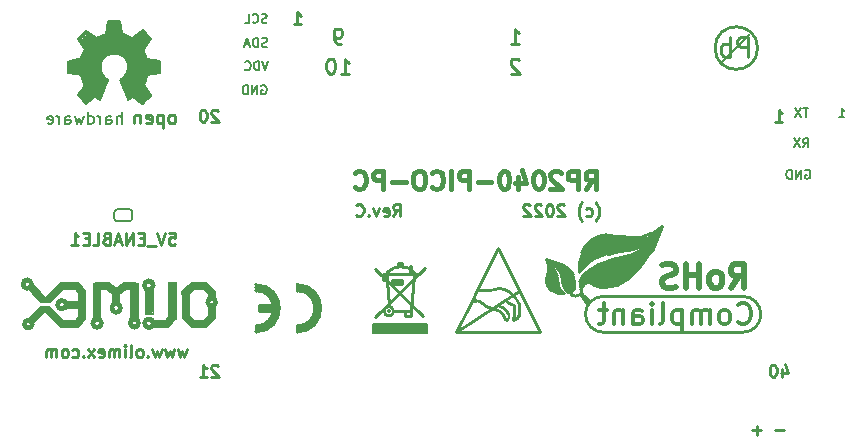
<source format=gbr>
%TF.GenerationSoftware,KiCad,Pcbnew,5.1.0-rc2-unknown-036be7d~80~ubuntu16.04.1*%
%TF.CreationDate,2022-03-09T08:52:48+02:00*%
%TF.ProjectId,RP2040-PICO-PC_rev_C,52503230-3430-42d5-9049-434f2d50435f,C*%
%TF.SameCoordinates,Original*%
%TF.FileFunction,Legend,Bot*%
%TF.FilePolarity,Positive*%
%FSLAX46Y46*%
G04 Gerber Fmt 4.6, Leading zero omitted, Abs format (unit mm)*
G04 Created by KiCad (PCBNEW 5.1.0-rc2-unknown-036be7d~80~ubuntu16.04.1) date 2022-03-09 08:52:48*
%MOMM*%
%LPD*%
G04 APERTURE LIST*
%ADD10C,0.254000*%
%ADD11C,0.381000*%
%ADD12C,0.300000*%
%ADD13C,0.150000*%
%ADD14C,0.152400*%
%ADD15C,0.100000*%
%ADD16C,0.700000*%
%ADD17C,0.400000*%
%ADD18C,0.500000*%
%ADD19C,0.508000*%
%ADD20C,0.127000*%
%ADD21C,0.200000*%
%ADD22C,1.000000*%
%ADD23C,0.370000*%
%ADD24C,0.380000*%
%ADD25C,0.420000*%
%ADD26C,0.190500*%
%ADD27C,0.350000*%
%ADD28C,0.180000*%
G04 APERTURE END LIST*
D10*
X143092714Y-103837619D02*
X143673285Y-103837619D01*
X143383000Y-103837619D02*
X143383000Y-102821619D01*
X143479761Y-102966761D01*
X143576523Y-103063523D01*
X143673285Y-103111904D01*
D11*
X167785142Y-117783428D02*
X168293142Y-117057714D01*
X168656000Y-117783428D02*
X168656000Y-116259428D01*
X168075428Y-116259428D01*
X167930285Y-116332000D01*
X167857714Y-116404571D01*
X167785142Y-116549714D01*
X167785142Y-116767428D01*
X167857714Y-116912571D01*
X167930285Y-116985142D01*
X168075428Y-117057714D01*
X168656000Y-117057714D01*
X167132000Y-117783428D02*
X167132000Y-116259428D01*
X166551428Y-116259428D01*
X166406285Y-116332000D01*
X166333714Y-116404571D01*
X166261142Y-116549714D01*
X166261142Y-116767428D01*
X166333714Y-116912571D01*
X166406285Y-116985142D01*
X166551428Y-117057714D01*
X167132000Y-117057714D01*
X165680571Y-116404571D02*
X165608000Y-116332000D01*
X165462857Y-116259428D01*
X165100000Y-116259428D01*
X164954857Y-116332000D01*
X164882285Y-116404571D01*
X164809714Y-116549714D01*
X164809714Y-116694857D01*
X164882285Y-116912571D01*
X165753142Y-117783428D01*
X164809714Y-117783428D01*
X163866285Y-116259428D02*
X163721142Y-116259428D01*
X163576000Y-116332000D01*
X163503428Y-116404571D01*
X163430857Y-116549714D01*
X163358285Y-116840000D01*
X163358285Y-117202857D01*
X163430857Y-117493142D01*
X163503428Y-117638285D01*
X163576000Y-117710857D01*
X163721142Y-117783428D01*
X163866285Y-117783428D01*
X164011428Y-117710857D01*
X164084000Y-117638285D01*
X164156571Y-117493142D01*
X164229142Y-117202857D01*
X164229142Y-116840000D01*
X164156571Y-116549714D01*
X164084000Y-116404571D01*
X164011428Y-116332000D01*
X163866285Y-116259428D01*
X162052000Y-116767428D02*
X162052000Y-117783428D01*
X162414857Y-116186857D02*
X162777714Y-117275428D01*
X161834285Y-117275428D01*
X160963428Y-116259428D02*
X160818285Y-116259428D01*
X160673142Y-116332000D01*
X160600571Y-116404571D01*
X160528000Y-116549714D01*
X160455428Y-116840000D01*
X160455428Y-117202857D01*
X160528000Y-117493142D01*
X160600571Y-117638285D01*
X160673142Y-117710857D01*
X160818285Y-117783428D01*
X160963428Y-117783428D01*
X161108571Y-117710857D01*
X161181142Y-117638285D01*
X161253714Y-117493142D01*
X161326285Y-117202857D01*
X161326285Y-116840000D01*
X161253714Y-116549714D01*
X161181142Y-116404571D01*
X161108571Y-116332000D01*
X160963428Y-116259428D01*
X159802285Y-117202857D02*
X158641142Y-117202857D01*
X157915428Y-117783428D02*
X157915428Y-116259428D01*
X157334857Y-116259428D01*
X157189714Y-116332000D01*
X157117142Y-116404571D01*
X157044571Y-116549714D01*
X157044571Y-116767428D01*
X157117142Y-116912571D01*
X157189714Y-116985142D01*
X157334857Y-117057714D01*
X157915428Y-117057714D01*
X156391428Y-117783428D02*
X156391428Y-116259428D01*
X154794857Y-117638285D02*
X154867428Y-117710857D01*
X155085142Y-117783428D01*
X155230285Y-117783428D01*
X155448000Y-117710857D01*
X155593142Y-117565714D01*
X155665714Y-117420571D01*
X155738285Y-117130285D01*
X155738285Y-116912571D01*
X155665714Y-116622285D01*
X155593142Y-116477142D01*
X155448000Y-116332000D01*
X155230285Y-116259428D01*
X155085142Y-116259428D01*
X154867428Y-116332000D01*
X154794857Y-116404571D01*
X153851428Y-116259428D02*
X153561142Y-116259428D01*
X153416000Y-116332000D01*
X153270857Y-116477142D01*
X153198285Y-116767428D01*
X153198285Y-117275428D01*
X153270857Y-117565714D01*
X153416000Y-117710857D01*
X153561142Y-117783428D01*
X153851428Y-117783428D01*
X153996571Y-117710857D01*
X154141714Y-117565714D01*
X154214285Y-117275428D01*
X154214285Y-116767428D01*
X154141714Y-116477142D01*
X153996571Y-116332000D01*
X153851428Y-116259428D01*
X152545142Y-117202857D02*
X151384000Y-117202857D01*
X150658285Y-117783428D02*
X150658285Y-116259428D01*
X150077714Y-116259428D01*
X149932571Y-116332000D01*
X149860000Y-116404571D01*
X149787428Y-116549714D01*
X149787428Y-116767428D01*
X149860000Y-116912571D01*
X149932571Y-116985142D01*
X150077714Y-117057714D01*
X150658285Y-117057714D01*
X148263428Y-117638285D02*
X148336000Y-117710857D01*
X148553714Y-117783428D01*
X148698857Y-117783428D01*
X148916571Y-117710857D01*
X149061714Y-117565714D01*
X149134285Y-117420571D01*
X149206857Y-117130285D01*
X149206857Y-116912571D01*
X149134285Y-116622285D01*
X149061714Y-116477142D01*
X148916571Y-116332000D01*
X148698857Y-116259428D01*
X148553714Y-116259428D01*
X148336000Y-116332000D01*
X148263428Y-116404571D01*
D10*
X168637857Y-120480666D02*
X168686238Y-120432285D01*
X168783000Y-120287142D01*
X168831380Y-120190380D01*
X168879761Y-120045238D01*
X168928142Y-119803333D01*
X168928142Y-119609809D01*
X168879761Y-119367904D01*
X168831380Y-119222761D01*
X168783000Y-119126000D01*
X168686238Y-118980857D01*
X168637857Y-118932476D01*
X167815380Y-120045238D02*
X167912142Y-120093619D01*
X168105666Y-120093619D01*
X168202428Y-120045238D01*
X168250809Y-119996857D01*
X168299190Y-119900095D01*
X168299190Y-119609809D01*
X168250809Y-119513047D01*
X168202428Y-119464666D01*
X168105666Y-119416285D01*
X167912142Y-119416285D01*
X167815380Y-119464666D01*
X167476714Y-120480666D02*
X167428333Y-120432285D01*
X167331571Y-120287142D01*
X167283190Y-120190380D01*
X167234809Y-120045238D01*
X167186428Y-119803333D01*
X167186428Y-119609809D01*
X167234809Y-119367904D01*
X167283190Y-119222761D01*
X167331571Y-119126000D01*
X167428333Y-118980857D01*
X167476714Y-118932476D01*
X165976904Y-119174380D02*
X165928523Y-119126000D01*
X165831761Y-119077619D01*
X165589857Y-119077619D01*
X165493095Y-119126000D01*
X165444714Y-119174380D01*
X165396333Y-119271142D01*
X165396333Y-119367904D01*
X165444714Y-119513047D01*
X166025285Y-120093619D01*
X165396333Y-120093619D01*
X164767380Y-119077619D02*
X164670619Y-119077619D01*
X164573857Y-119126000D01*
X164525476Y-119174380D01*
X164477095Y-119271142D01*
X164428714Y-119464666D01*
X164428714Y-119706571D01*
X164477095Y-119900095D01*
X164525476Y-119996857D01*
X164573857Y-120045238D01*
X164670619Y-120093619D01*
X164767380Y-120093619D01*
X164864142Y-120045238D01*
X164912523Y-119996857D01*
X164960904Y-119900095D01*
X165009285Y-119706571D01*
X165009285Y-119464666D01*
X164960904Y-119271142D01*
X164912523Y-119174380D01*
X164864142Y-119126000D01*
X164767380Y-119077619D01*
X164041666Y-119174380D02*
X163993285Y-119126000D01*
X163896523Y-119077619D01*
X163654619Y-119077619D01*
X163557857Y-119126000D01*
X163509476Y-119174380D01*
X163461095Y-119271142D01*
X163461095Y-119367904D01*
X163509476Y-119513047D01*
X164090047Y-120093619D01*
X163461095Y-120093619D01*
X163074047Y-119174380D02*
X163025666Y-119126000D01*
X162928904Y-119077619D01*
X162687000Y-119077619D01*
X162590238Y-119126000D01*
X162541857Y-119174380D01*
X162493476Y-119271142D01*
X162493476Y-119367904D01*
X162541857Y-119513047D01*
X163122428Y-120093619D01*
X162493476Y-120093619D01*
X151498904Y-120093619D02*
X151837571Y-119609809D01*
X152079476Y-120093619D02*
X152079476Y-119077619D01*
X151692428Y-119077619D01*
X151595666Y-119126000D01*
X151547285Y-119174380D01*
X151498904Y-119271142D01*
X151498904Y-119416285D01*
X151547285Y-119513047D01*
X151595666Y-119561428D01*
X151692428Y-119609809D01*
X152079476Y-119609809D01*
X150676428Y-120045238D02*
X150773190Y-120093619D01*
X150966714Y-120093619D01*
X151063476Y-120045238D01*
X151111857Y-119948476D01*
X151111857Y-119561428D01*
X151063476Y-119464666D01*
X150966714Y-119416285D01*
X150773190Y-119416285D01*
X150676428Y-119464666D01*
X150628047Y-119561428D01*
X150628047Y-119658190D01*
X151111857Y-119754952D01*
X150289380Y-119416285D02*
X150047476Y-120093619D01*
X149805571Y-119416285D01*
X149418523Y-119996857D02*
X149370142Y-120045238D01*
X149418523Y-120093619D01*
X149466904Y-120045238D01*
X149418523Y-119996857D01*
X149418523Y-120093619D01*
X148354142Y-119996857D02*
X148402523Y-120045238D01*
X148547666Y-120093619D01*
X148644428Y-120093619D01*
X148789571Y-120045238D01*
X148886333Y-119948476D01*
X148934714Y-119851714D01*
X148983095Y-119658190D01*
X148983095Y-119513047D01*
X148934714Y-119319523D01*
X148886333Y-119222761D01*
X148789571Y-119126000D01*
X148644428Y-119077619D01*
X148547666Y-119077619D01*
X148402523Y-119126000D01*
X148354142Y-119174380D01*
X134015238Y-131354285D02*
X133821714Y-132031619D01*
X133628190Y-131547809D01*
X133434666Y-132031619D01*
X133241142Y-131354285D01*
X132950857Y-131354285D02*
X132757333Y-132031619D01*
X132563809Y-131547809D01*
X132370285Y-132031619D01*
X132176761Y-131354285D01*
X131886476Y-131354285D02*
X131692952Y-132031619D01*
X131499428Y-131547809D01*
X131305904Y-132031619D01*
X131112380Y-131354285D01*
X130725333Y-131934857D02*
X130676952Y-131983238D01*
X130725333Y-132031619D01*
X130773714Y-131983238D01*
X130725333Y-131934857D01*
X130725333Y-132031619D01*
X130096380Y-132031619D02*
X130193142Y-131983238D01*
X130241523Y-131934857D01*
X130289904Y-131838095D01*
X130289904Y-131547809D01*
X130241523Y-131451047D01*
X130193142Y-131402666D01*
X130096380Y-131354285D01*
X129951238Y-131354285D01*
X129854476Y-131402666D01*
X129806095Y-131451047D01*
X129757714Y-131547809D01*
X129757714Y-131838095D01*
X129806095Y-131934857D01*
X129854476Y-131983238D01*
X129951238Y-132031619D01*
X130096380Y-132031619D01*
X129177142Y-132031619D02*
X129273904Y-131983238D01*
X129322285Y-131886476D01*
X129322285Y-131015619D01*
X128790095Y-132031619D02*
X128790095Y-131354285D01*
X128790095Y-131015619D02*
X128838476Y-131064000D01*
X128790095Y-131112380D01*
X128741714Y-131064000D01*
X128790095Y-131015619D01*
X128790095Y-131112380D01*
X128306285Y-132031619D02*
X128306285Y-131354285D01*
X128306285Y-131451047D02*
X128257904Y-131402666D01*
X128161142Y-131354285D01*
X128016000Y-131354285D01*
X127919238Y-131402666D01*
X127870857Y-131499428D01*
X127870857Y-132031619D01*
X127870857Y-131499428D02*
X127822476Y-131402666D01*
X127725714Y-131354285D01*
X127580571Y-131354285D01*
X127483809Y-131402666D01*
X127435428Y-131499428D01*
X127435428Y-132031619D01*
X126564571Y-131983238D02*
X126661333Y-132031619D01*
X126854857Y-132031619D01*
X126951619Y-131983238D01*
X127000000Y-131886476D01*
X127000000Y-131499428D01*
X126951619Y-131402666D01*
X126854857Y-131354285D01*
X126661333Y-131354285D01*
X126564571Y-131402666D01*
X126516190Y-131499428D01*
X126516190Y-131596190D01*
X127000000Y-131692952D01*
X126177523Y-132031619D02*
X125645333Y-131354285D01*
X126177523Y-131354285D02*
X125645333Y-132031619D01*
X125258285Y-131934857D02*
X125209904Y-131983238D01*
X125258285Y-132031619D01*
X125306666Y-131983238D01*
X125258285Y-131934857D01*
X125258285Y-132031619D01*
X124339047Y-131983238D02*
X124435809Y-132031619D01*
X124629333Y-132031619D01*
X124726095Y-131983238D01*
X124774476Y-131934857D01*
X124822857Y-131838095D01*
X124822857Y-131547809D01*
X124774476Y-131451047D01*
X124726095Y-131402666D01*
X124629333Y-131354285D01*
X124435809Y-131354285D01*
X124339047Y-131402666D01*
X123758476Y-132031619D02*
X123855238Y-131983238D01*
X123903619Y-131934857D01*
X123952000Y-131838095D01*
X123952000Y-131547809D01*
X123903619Y-131451047D01*
X123855238Y-131402666D01*
X123758476Y-131354285D01*
X123613333Y-131354285D01*
X123516571Y-131402666D01*
X123468190Y-131451047D01*
X123419809Y-131547809D01*
X123419809Y-131838095D01*
X123468190Y-131934857D01*
X123516571Y-131983238D01*
X123613333Y-132031619D01*
X123758476Y-132031619D01*
X122984380Y-132031619D02*
X122984380Y-131354285D01*
X122984380Y-131451047D02*
X122936000Y-131402666D01*
X122839238Y-131354285D01*
X122694095Y-131354285D01*
X122597333Y-131402666D01*
X122548952Y-131499428D01*
X122548952Y-132031619D01*
X122548952Y-131499428D02*
X122500571Y-131402666D01*
X122403809Y-131354285D01*
X122258666Y-131354285D01*
X122161904Y-131402666D01*
X122113523Y-131499428D01*
X122113523Y-132031619D01*
%TO.C,REF\002A\002A*%
X140105000Y-127889000D02*
X141355000Y-127889000D01*
X140105000Y-128139000D02*
X141355000Y-128139000D01*
X140105000Y-127639000D02*
X140105000Y-128139000D01*
X141355000Y-127639000D02*
X140105000Y-127639000D01*
X139855000Y-125889000D02*
X139855000Y-126389000D01*
X139855000Y-129889000D02*
G75*
G03X139855000Y-125889000I0J2000000D01*
G01*
X139855000Y-129389000D02*
X139855000Y-129889000D01*
D12*
X139904980Y-129639000D02*
G75*
G03X139905000Y-126139000I-49980J1750000D01*
G01*
D10*
X139855000Y-129389000D02*
G75*
G03X139855000Y-126389000I0J1500000D01*
G01*
D12*
X143404980Y-129639000D02*
G75*
G03X143405000Y-126139000I-49980J1750000D01*
G01*
D10*
X143355000Y-129389000D02*
X143355000Y-129889000D01*
X143355000Y-125889000D02*
X143355000Y-126389000D01*
X143355000Y-129889000D02*
G75*
G03X143355000Y-125889000I0J2000000D01*
G01*
X143355000Y-129389000D02*
G75*
G03X143355000Y-126389000I0J1500000D01*
G01*
%TO.C,Antistatic*%
X160401000Y-122809000D02*
X163957000Y-129921000D01*
X163957000Y-129921000D02*
X156845000Y-129921000D01*
X156845000Y-129921000D02*
X158178500Y-127254000D01*
X158178500Y-127254000D02*
X158623000Y-126365000D01*
X158623000Y-126365000D02*
X160401000Y-122809000D01*
X162179000Y-126428500D02*
X156845000Y-129921000D01*
X159804100Y-126365000D02*
X158623000Y-126365000D01*
X158178500Y-127254000D02*
X158496000Y-127254000D01*
X161163000Y-128841500D02*
X161010600Y-128841500D01*
X162115500Y-127444500D02*
X162115500Y-128524000D01*
X161671000Y-128841500D02*
X161671000Y-128714500D01*
X161734500Y-128651000D02*
X161734500Y-127635000D01*
X161734500Y-128651000D02*
X161798000Y-128651000D01*
X161798000Y-128651000D02*
G75*
G02X161925000Y-128778000I0J-127000D01*
G01*
X161671000Y-128714500D02*
G75*
G02X161734500Y-128651000I63500J0D01*
G01*
X161732071Y-128907545D02*
G75*
G02X161671000Y-128841500I2429J63505D01*
G01*
X162115500Y-128524000D02*
G75*
G02X161734500Y-128905000I-381000J0D01*
G01*
X161926048Y-127128575D02*
G75*
G02X162115500Y-127444500I-168688J-315925D01*
G01*
X161923549Y-127127142D02*
G75*
G02X161607500Y-126809500I478971J792622D01*
G01*
X161732935Y-127636845D02*
G75*
G02X161036000Y-127190500I153965J1007685D01*
G01*
X161289068Y-128397674D02*
G75*
G02X161290000Y-128714500I-316568J-159346D01*
G01*
X161289967Y-128714600D02*
G75*
G02X161163000Y-128841500I-190467J63600D01*
G01*
X159961275Y-127953493D02*
G75*
G02X160401000Y-128079500I-825195J-3709947D01*
G01*
X160400915Y-128080965D02*
G75*
G02X160972500Y-128841500I-284395J-808795D01*
G01*
X160338708Y-127636166D02*
G75*
G02X161290000Y-128397000I-285688J-1332334D01*
G01*
X159826461Y-127890576D02*
G75*
G02X159004000Y-127444500I147819J1253796D01*
G01*
X158495301Y-127254474D02*
G75*
G02X159004000Y-127444500I64199J-604046D01*
G01*
X160019915Y-126303114D02*
G75*
G02X159804100Y-126365000I-182795J230214D01*
G01*
X160020721Y-126301678D02*
G75*
G02X161607500Y-126809500I466639J-1274902D01*
G01*
D13*
%TO.C,5V_ENABLE1*%
X129159000Y-120523000D02*
X128143000Y-120523000D01*
X129413000Y-119761000D02*
X129413000Y-120269000D01*
X128143000Y-119507000D02*
X129159000Y-119507000D01*
X127889000Y-120269000D02*
X127889000Y-119761000D01*
D14*
X128143000Y-120523000D02*
G75*
G02X127889000Y-120269000I0J254000D01*
G01*
X129413000Y-120269000D02*
G75*
G02X129159000Y-120523000I-254000J0D01*
G01*
X129159000Y-119507000D02*
G75*
G02X129413000Y-119761000I0J-254000D01*
G01*
X127889000Y-119761000D02*
G75*
G02X128143000Y-119507000I254000J0D01*
G01*
D15*
%TO.C,OLIMEX_LOGO*%
X124726700Y-125679200D02*
X123355100Y-125679200D01*
X123355100Y-125679200D02*
X123304300Y-125679200D01*
X123304300Y-125679200D02*
X122047000Y-126923800D01*
X126250700Y-125793500D02*
X126149100Y-125793500D01*
X126098300Y-125730000D02*
X126098300Y-125717300D01*
X126098300Y-125717300D02*
X127393700Y-125717300D01*
X127393700Y-125717300D02*
X127419100Y-125717300D01*
X127419100Y-125717300D02*
X128041400Y-126212600D01*
X126098300Y-128739900D02*
X126098300Y-125730000D01*
X129755900Y-125780800D02*
X129832100Y-125780800D01*
X129908300Y-125717300D02*
X128663700Y-125717300D01*
X128663700Y-125717300D02*
X128079500Y-126199900D01*
X129908300Y-128714500D02*
X129908300Y-125730000D01*
X130644900Y-128308100D02*
X130556000Y-128308100D01*
X130987800Y-128308100D02*
X131051300Y-128308100D01*
X131127500Y-128371600D02*
X130517900Y-128371600D01*
X130517900Y-128371600D02*
X130492500Y-128371600D01*
X130492500Y-128371600D02*
X130492500Y-126352300D01*
X131127500Y-126352300D02*
X131127500Y-128371600D01*
X132626100Y-125742700D02*
X132511800Y-125742700D01*
X132753100Y-125666500D02*
X132448300Y-125666500D01*
X132448300Y-125666500D02*
X132448300Y-128701800D01*
X132930900Y-125755400D02*
X132994400Y-125742700D01*
X133045200Y-125666500D02*
X133057900Y-125666500D01*
X133057900Y-125666500D02*
X133070600Y-125666500D01*
X133070600Y-125666500D02*
X133070600Y-128816100D01*
X132765800Y-125666500D02*
X133045200Y-125666500D01*
D16*
X132765800Y-128739900D02*
X132765800Y-126009400D01*
X126428500Y-126022100D02*
X126428500Y-128625600D01*
X134543800Y-126009400D02*
X135547100Y-126009400D01*
X133921500Y-126619000D02*
X133921500Y-128549400D01*
X136144000Y-126657100D02*
X136144000Y-126898400D01*
X136144000Y-128625600D02*
X135559800Y-129197100D01*
X136131300Y-128638300D02*
X136131300Y-127876300D01*
X135572500Y-129197100D02*
X134531100Y-129197100D01*
D17*
X123803659Y-127584200D02*
G75*
G03X123803659Y-127584200I-359659J0D01*
G01*
D16*
X123952000Y-127584200D02*
X125171200Y-127584200D01*
D17*
X120869735Y-125844300D02*
G75*
G03X120869735Y-125844300I-359435J0D01*
G01*
D16*
X120878600Y-126199900D02*
X121742200Y-127093600D01*
D18*
X122301000Y-127190500D02*
X121742200Y-127190500D01*
D16*
X123418600Y-126009400D02*
X122326400Y-127076200D01*
X124640500Y-126009400D02*
X123418600Y-126009400D01*
X125171200Y-126492000D02*
X124688600Y-125984000D01*
X125171200Y-126517400D02*
X125171200Y-128752600D01*
X125171200Y-128752600D02*
X124739400Y-129184400D01*
X124739400Y-129184400D02*
X123418600Y-129184400D01*
X123418600Y-129184400D02*
X122275600Y-128066800D01*
D18*
X122275600Y-127965200D02*
X121742200Y-127965200D01*
D16*
X120929400Y-128879600D02*
X121767600Y-128066800D01*
D17*
X120928666Y-129235200D02*
G75*
G03X120928666Y-129235200I-329466J0D01*
G01*
X126791729Y-129146300D02*
G75*
G03X126791729Y-129146300I-363229J0D01*
G01*
D16*
X127330200Y-126034800D02*
X126441200Y-126034800D01*
D17*
X128412318Y-127863600D02*
G75*
G03X128412318Y-127863600I-370918J0D01*
G01*
D16*
X127965200Y-126542800D02*
X127330200Y-126034800D01*
X128041400Y-127330200D02*
X128041400Y-126619000D01*
X128752600Y-126034800D02*
X128143000Y-126542800D01*
X129590800Y-126034800D02*
X128752600Y-126034800D01*
X129590800Y-128625600D02*
X129590800Y-126034800D01*
D17*
X129937759Y-129133600D02*
G75*
G03X129937759Y-129133600I-359659J0D01*
G01*
X131170818Y-125933200D02*
G75*
G03X131170818Y-125933200I-373518J0D01*
G01*
D16*
X130810000Y-126466600D02*
X130810000Y-128066800D01*
D17*
X131176324Y-129159000D02*
G75*
G03X131176324Y-129159000I-366324J0D01*
G01*
D16*
X131322800Y-129184400D02*
X132308600Y-129184400D01*
X132308600Y-129184400D02*
X132765800Y-128727200D01*
X133934200Y-128587500D02*
X134493000Y-129171700D01*
X134543800Y-126022100D02*
X133908800Y-126631700D01*
X136144000Y-126606300D02*
X135636000Y-126098300D01*
D17*
X136468747Y-127381000D02*
G75*
G03X136468747Y-127381000I-337447J0D01*
G01*
D10*
%TO.C,RoHS_Complaint*%
X169291000Y-126873000D02*
X181102000Y-126873000D01*
X181102000Y-129921000D02*
X169291000Y-129921000D01*
X168435020Y-125890020D02*
X168381680Y-125836680D01*
X167662860Y-125836680D02*
X167386000Y-126111000D01*
X174244000Y-120904000D02*
X173377860Y-123019820D01*
X171394120Y-125407420D02*
X171358560Y-125442980D01*
X169489120Y-126111000D02*
X168973500Y-126111000D01*
X174244000Y-120904000D02*
X173382940Y-121523760D01*
X171665900Y-121861580D02*
X169517060Y-121666000D01*
X167467280Y-123182380D02*
X167319960Y-123781820D01*
X167261540Y-124460000D02*
X167261540Y-124841000D01*
X167363140Y-126065280D02*
X167386000Y-126111000D01*
X168021000Y-127381000D02*
X167835580Y-127195580D01*
X172849540Y-122555000D02*
X172567600Y-122902980D01*
X170540680Y-123654820D02*
X170230800Y-123715780D01*
X167675560Y-124985780D02*
X167505380Y-125173740D01*
X167261540Y-124841000D02*
X167264080Y-124838460D01*
X168320720Y-123766580D02*
X168328340Y-123761500D01*
X169595800Y-123258580D02*
X170113960Y-123184920D01*
X171462700Y-122969020D02*
X172849540Y-122555000D01*
X168021000Y-127508000D02*
X167513000Y-126746000D01*
X167386000Y-126283720D02*
X167386000Y-126238000D01*
X168148000Y-127381000D02*
X167657780Y-126890780D01*
X167386000Y-126619000D02*
X167281860Y-126725680D01*
X166631620Y-126753620D02*
X166497000Y-126619000D01*
X166497000Y-126619000D02*
X166794180Y-126199900D01*
X166677340Y-124998480D02*
X166624000Y-124904500D01*
X165902640Y-124259340D02*
X165481000Y-124079000D01*
X165481000Y-124079000D02*
X164465000Y-123698000D01*
X164465000Y-123698000D02*
X164599620Y-124236480D01*
X164779960Y-126298960D02*
X164802820Y-126321820D01*
X165582600Y-126619000D02*
X165938200Y-126619000D01*
X166484300Y-126619000D02*
X166497000Y-126619000D01*
X165404800Y-125427740D02*
X165430200Y-125818900D01*
X173863000Y-121412000D02*
X172849540Y-122049540D01*
D19*
X172849540Y-122049540D02*
X171704000Y-122049540D01*
X171704000Y-122049540D02*
X170688000Y-121920000D01*
X170688000Y-121920000D02*
X169037000Y-121920000D01*
X169037000Y-121920000D02*
X168402000Y-122301000D01*
X168402000Y-122301000D02*
X167894000Y-122809000D01*
X167894000Y-122809000D02*
X167640000Y-123317000D01*
X167640000Y-123317000D02*
X167513000Y-124333000D01*
X167513000Y-124333000D02*
X168021000Y-123698000D01*
X168021000Y-123698000D02*
X168656000Y-123317000D01*
X168656000Y-123317000D02*
X168402000Y-122809000D01*
X168402000Y-122809000D02*
X168021000Y-123317000D01*
X168783000Y-123317000D02*
X169418000Y-122936000D01*
X169418000Y-122936000D02*
X169926000Y-122936000D01*
X169926000Y-122936000D02*
X170053000Y-122936000D01*
X170053000Y-122936000D02*
X171196000Y-122809000D01*
X171196000Y-122809000D02*
X172466000Y-122428000D01*
X172466000Y-122428000D02*
X172974000Y-122301000D01*
X172974000Y-122301000D02*
X168402000Y-122301000D01*
X168402000Y-122301000D02*
X168402000Y-122555000D01*
X168402000Y-122809000D02*
X168402000Y-122555000D01*
X168402000Y-122555000D02*
X173355000Y-122478800D01*
X168275000Y-122936000D02*
X169926000Y-122936000D01*
X173863000Y-121412000D02*
X173355000Y-122301000D01*
X173355000Y-122301000D02*
X173228000Y-122809000D01*
X173228000Y-122809000D02*
X172849540Y-123317000D01*
X172849540Y-123317000D02*
X172849540Y-122936000D01*
X172849540Y-122936000D02*
X173228000Y-122049540D01*
X172720000Y-123444000D02*
X172339000Y-123952000D01*
X172339000Y-123952000D02*
X172085000Y-124333000D01*
X172085000Y-124333000D02*
X171196000Y-125222000D01*
X171196000Y-125222000D02*
X170688000Y-125603000D01*
X170688000Y-125603000D02*
X169799000Y-125857000D01*
X169799000Y-125857000D02*
X168910000Y-125857000D01*
X168910000Y-125857000D02*
X168148000Y-125349000D01*
X168148000Y-125349000D02*
X167767000Y-125476000D01*
X167767000Y-125476000D02*
X167513000Y-125730000D01*
X167513000Y-125730000D02*
X167767000Y-125222000D01*
X167767000Y-125222000D02*
X168275000Y-124714000D01*
X168275000Y-124714000D02*
X168960800Y-124307600D01*
X168960800Y-124307600D02*
X170357800Y-123825000D01*
X170357800Y-123825000D02*
X170967400Y-123825000D01*
X170967400Y-123825000D02*
X171704000Y-123571000D01*
X171704000Y-123571000D02*
X172466000Y-123190000D01*
X172339000Y-123571000D02*
X171577000Y-124206000D01*
X171577000Y-124206000D02*
X171450000Y-124079000D01*
X171450000Y-124079000D02*
X171323000Y-124079000D01*
X171323000Y-124079000D02*
X170180000Y-124206000D01*
X170180000Y-124206000D02*
X169164000Y-124460000D01*
X169164000Y-124460000D02*
X168529000Y-124968000D01*
X168529000Y-124968000D02*
X168402000Y-125095000D01*
X168402000Y-125095000D02*
X168529000Y-125349000D01*
X168529000Y-125349000D02*
X168783000Y-125349000D01*
X168783000Y-125349000D02*
X169164000Y-125476000D01*
X169164000Y-125476000D02*
X169799000Y-125476000D01*
X169799000Y-125476000D02*
X170180000Y-125349000D01*
X170180000Y-125349000D02*
X170688000Y-125222000D01*
X170688000Y-125222000D02*
X171323000Y-124714000D01*
X171323000Y-124714000D02*
X171450000Y-124587000D01*
X171450000Y-124587000D02*
X171323000Y-124460000D01*
X171323000Y-124460000D02*
X170815000Y-124460000D01*
X170815000Y-124460000D02*
X169799000Y-124714000D01*
X169799000Y-124714000D02*
X169545000Y-124714000D01*
X169545000Y-124714000D02*
X169037000Y-124968000D01*
X169037000Y-124968000D02*
X169037000Y-125095000D01*
X169037000Y-125095000D02*
X169164000Y-125222000D01*
X169164000Y-125222000D02*
X169545000Y-125095000D01*
X169545000Y-125095000D02*
X170815000Y-124841000D01*
D10*
X166194740Y-126494540D02*
X166222680Y-126522480D01*
X165811200Y-125425200D02*
X165811200Y-125417580D01*
X166751000Y-125879860D02*
X166751000Y-125857000D01*
X166751000Y-125857000D02*
X166751000Y-125603000D01*
X166751000Y-125603000D02*
X166624000Y-125603000D01*
X166624000Y-125603000D02*
X166497000Y-125603000D01*
X166497000Y-125603000D02*
X166497000Y-126238000D01*
X166624000Y-125603000D02*
X166624000Y-125730000D01*
X166624000Y-125730000D02*
X166624000Y-126111000D01*
X166624000Y-126111000D02*
X166624000Y-126238000D01*
X166624000Y-126238000D02*
X166624000Y-126365000D01*
X166497000Y-125603000D02*
X166116000Y-125603000D01*
X166116000Y-125603000D02*
X165862000Y-125603000D01*
X165862000Y-125603000D02*
X166370000Y-126492000D01*
X166116000Y-125603000D02*
X166116000Y-126111000D01*
X166624000Y-125730000D02*
X165989000Y-125730000D01*
X166751000Y-125857000D02*
X165989000Y-125857000D01*
X166751000Y-125984000D02*
X165989000Y-125984000D01*
X166624000Y-126111000D02*
X165989000Y-126111000D01*
X166624000Y-126238000D02*
X166116000Y-126238000D01*
X165862000Y-125476000D02*
X166751000Y-125476000D01*
X165862000Y-125349000D02*
X166751000Y-125349000D01*
X165862000Y-125222000D02*
X166624000Y-125222000D01*
X165862000Y-125095000D02*
X166624000Y-125095000D01*
X165735000Y-124968000D02*
X166624000Y-124968000D01*
X165735000Y-124841000D02*
X166497000Y-124841000D01*
X165608000Y-124714000D02*
X166370000Y-124714000D01*
X165608000Y-124587000D02*
X166243000Y-124587000D01*
X165481000Y-124460000D02*
X165989000Y-124460000D01*
X164719000Y-124333000D02*
X164846000Y-124333000D01*
X164846000Y-124333000D02*
X164973000Y-124333000D01*
X164973000Y-124333000D02*
X165862000Y-124333000D01*
X165481000Y-124206000D02*
X164719000Y-124206000D01*
X165227000Y-124079000D02*
X164592000Y-124079000D01*
X165100000Y-123952000D02*
X164592000Y-123952000D01*
X164973000Y-124333000D02*
X164973000Y-124841000D01*
X164846000Y-124333000D02*
X164846000Y-124841000D01*
X165227000Y-124841000D02*
X164719000Y-124841000D01*
X165227000Y-124968000D02*
X164719000Y-124968000D01*
X165354000Y-125095000D02*
X164719000Y-125095000D01*
X165354000Y-125222000D02*
X164592000Y-125222000D01*
X165354000Y-125349000D02*
X164592000Y-125349000D01*
X165354000Y-125476000D02*
X164592000Y-125476000D01*
X165354000Y-125603000D02*
X164592000Y-125603000D01*
X165354000Y-125730000D02*
X164592000Y-125730000D01*
X165354000Y-125857000D02*
X164592000Y-125857000D01*
X165430200Y-125984000D02*
X164592000Y-125984000D01*
X165481000Y-126111000D02*
X164719000Y-126111000D01*
X165481000Y-126238000D02*
X164846000Y-126238000D01*
X165608000Y-126365000D02*
X164973000Y-126365000D01*
X165735000Y-126492000D02*
X165227000Y-126492000D01*
X166750556Y-125881371D02*
G75*
G02X166497000Y-126492000I-865696J1511D01*
G01*
X165304020Y-124386180D02*
G75*
G02X165811200Y-125417580I-991420J-1127920D01*
G01*
X166221340Y-126522046D02*
G75*
G02X165811200Y-125425200I1118940J1043506D01*
G01*
X166498788Y-126620791D02*
G75*
G02X166194740Y-126494540I752J431051D01*
G01*
X165932340Y-126614613D02*
G75*
G02X165430200Y-125818900I709440J1003993D01*
G01*
X165050795Y-124480066D02*
G75*
G02X165404800Y-125470920I-1408755J-1061974D01*
G01*
X165583927Y-126620303D02*
G75*
G02X165384480Y-126596140I-1327J824263D01*
G01*
X165382497Y-126595453D02*
G75*
G02X164802820Y-126321820I205183J1185493D01*
G01*
X164778946Y-126299974D02*
G75*
G02X164465000Y-125542040I757934J757934D01*
G01*
X164465283Y-125542487D02*
G75*
G02X164536120Y-125173740I992857J447D01*
G01*
X164600148Y-124239136D02*
G75*
G02X164536120Y-125173740I-1478808J-368184D01*
G01*
X165902000Y-124260511D02*
G75*
G02X166624000Y-124904500I-601340J-1400909D01*
G01*
X166677794Y-125000321D02*
G75*
G02X166878000Y-125755400I-1323794J-755079D01*
G01*
X166879874Y-125755901D02*
G75*
G02X166794180Y-126199900I-1195674J501D01*
G01*
X166923720Y-126874612D02*
G75*
G02X166631620Y-126753620I0J413092D01*
G01*
X167281134Y-126724954D02*
G75*
G02X166923720Y-126873000I-357414J357414D01*
G01*
X167654258Y-126890710D02*
G75*
G02X167386000Y-126238000I653762J650170D01*
G01*
X167891978Y-127508280D02*
G75*
G02X167386000Y-126283720I1228842J1224560D01*
G01*
X171456379Y-122969186D02*
G75*
G02X170113960Y-123184920I-1812319J6992786D01*
G01*
X168332130Y-123758934D02*
G75*
G02X169595800Y-123258580I2134890J-3545866D01*
G01*
X167265641Y-124836765D02*
G75*
G02X168320720Y-123766580I3831299J-2722035D01*
G01*
X167385155Y-126111069D02*
G75*
G02X167505380Y-125173740I762845J378529D01*
G01*
X167676473Y-124985156D02*
G75*
G02X170230800Y-123715780I3654147J-4148444D01*
G01*
X172567541Y-122904778D02*
G75*
G02X170540680Y-123654820I-2631381J3997218D01*
G01*
X167833549Y-127196559D02*
G75*
G02X167386000Y-126111000I1086611J1083019D01*
G01*
X167259760Y-124459243D02*
G75*
G02X167319960Y-123781820I3049780J70363D01*
G01*
X167466736Y-123178585D02*
G75*
G02X169517060Y-121666000I2144304J-760715D01*
G01*
X173380952Y-121521522D02*
G75*
G02X171665900Y-121861580I-1268012J1900222D01*
G01*
X171354933Y-125445013D02*
G75*
G02X169489120Y-126111000I-1738813J1924813D01*
G01*
X173375464Y-123025447D02*
G75*
G02X171394120Y-125407420I-8344044J4925607D01*
G01*
X167662860Y-125834140D02*
G75*
G02X168381680Y-125836680I358140J-360680D01*
G01*
X168973500Y-126113066D02*
G75*
G02X168435020Y-125890020I0J761526D01*
G01*
X169291000Y-129921000D02*
G75*
G02X167767000Y-128397000I0J1524000D01*
G01*
X182626000Y-128397000D02*
G75*
G02X181102000Y-129921000I-1524000J0D01*
G01*
X181102000Y-126873000D02*
G75*
G02X182626000Y-128397000I0J-1524000D01*
G01*
X167767000Y-128397000D02*
G75*
G02X169291000Y-126873000I1524000J0D01*
G01*
D20*
%TO.C,Recycle_bin*%
X151257000Y-128143000D02*
G75*
G03X151257000Y-128143000I-127000J0D01*
G01*
D10*
X152273000Y-124079000D02*
X152273000Y-124206000D01*
X152273000Y-124206000D02*
X151892000Y-124206000D01*
X151892000Y-124206000D02*
X151892000Y-124079000D01*
X151892000Y-124079000D02*
X152273000Y-124079000D01*
X152146000Y-125603000D02*
X151511000Y-125603000D01*
X152273000Y-125476000D02*
X151384000Y-125476000D01*
X151384000Y-125476000D02*
X151384000Y-125857000D01*
X151384000Y-125857000D02*
X152273000Y-125857000D01*
X152273000Y-125857000D02*
X152273000Y-125476000D01*
X150876000Y-125476000D02*
X150876000Y-125095000D01*
X150876000Y-125095000D02*
X150749000Y-125095000D01*
X150749000Y-125095000D02*
X150749000Y-125476000D01*
X150876000Y-125095000D02*
X150876000Y-125222000D01*
X150876000Y-124968000D02*
X150749000Y-125349000D01*
X150876000Y-125095000D02*
X150876000Y-125222000D01*
X151003000Y-124968000D02*
X151003000Y-125476000D01*
X151003000Y-125476000D02*
X150622000Y-125476000D01*
X150622000Y-125476000D02*
X150622000Y-124968000D01*
X153035000Y-124841000D02*
X153035000Y-124333000D01*
X153035000Y-124333000D02*
X152908000Y-124333000D01*
X152908000Y-124333000D02*
X152908000Y-124841000D01*
X151531609Y-128143000D02*
G75*
G03X151531609Y-128143000I-401609J0D01*
G01*
X151130000Y-127635000D02*
X151003000Y-125603000D01*
X153035000Y-128143000D02*
X153035000Y-128524000D01*
X153035000Y-128524000D02*
X152527000Y-128524000D01*
X152527000Y-128524000D02*
X152527000Y-128270000D01*
X153543000Y-124968000D02*
X150622000Y-124968000D01*
X153035000Y-128143000D02*
X153289000Y-125095000D01*
X153035000Y-128143000D02*
X151638000Y-128143000D01*
X154051000Y-128524000D02*
X149987000Y-124587000D01*
X154178000Y-124460000D02*
X149987000Y-128651000D01*
D13*
X154333200Y-129896400D02*
X149913600Y-129896400D01*
X149913600Y-129794800D02*
X154282400Y-129794800D01*
X154333200Y-129591600D02*
X149862800Y-129591600D01*
X154333200Y-129439200D02*
X149913600Y-129439200D01*
X149862800Y-129693200D02*
X154282400Y-129693200D01*
X149862800Y-129540800D02*
X154282400Y-129540800D01*
X154333200Y-129388400D02*
X149862800Y-129388400D01*
X149862800Y-129286800D02*
X154282400Y-129286800D01*
X149812000Y-129998000D02*
X154384000Y-129998000D01*
X154384000Y-129998000D02*
X154384000Y-129236000D01*
X154384000Y-129236000D02*
X149812000Y-129236000D01*
X149812000Y-129236000D02*
X149812000Y-129998000D01*
D10*
X151003000Y-124841000D02*
G75*
G02X153289000Y-124841000I1143000J-1143000D01*
G01*
D21*
%TO.C,PB_FREE*%
X181703980Y-104693720D02*
X179270660Y-107114340D01*
D10*
X182345437Y-105857040D02*
G75*
G03X182345437Y-105857040I-1802237J0D01*
G01*
D22*
%TO.C,Open_Hardware*%
X126725680Y-108635800D02*
X126392940Y-109367320D01*
X126725680Y-108727240D02*
X125544580Y-109740700D01*
X126611380Y-108590080D02*
X125994160Y-108917740D01*
X126291340Y-108170980D02*
X125681740Y-108277660D01*
X125455680Y-107012740D02*
X126177040Y-107160060D01*
X125696980Y-106319320D02*
X126352300Y-106685080D01*
X126565660Y-105450640D02*
X126984760Y-106037380D01*
X127152400Y-105199180D02*
X127373380Y-105884980D01*
X128417320Y-105183940D02*
X128249680Y-105793540D01*
X128851660Y-105443020D02*
X128676400Y-105801160D01*
X129849880Y-106220260D02*
X129392680Y-106509820D01*
X130025140Y-106700320D02*
X129583180Y-106860340D01*
X130350260Y-107944920D02*
X129644140Y-107817920D01*
X130101340Y-108590080D02*
X129537460Y-108110020D01*
X129435860Y-109489240D02*
X129070100Y-108727240D01*
X124645420Y-107436920D02*
X126113540Y-107523280D01*
X125636020Y-105252520D02*
X126748540Y-106319320D01*
X127901700Y-104195880D02*
X127896620Y-105709720D01*
X130162300Y-105171240D02*
X129100580Y-106278680D01*
X131147820Y-107457240D02*
X129730500Y-107396280D01*
X130111500Y-109661960D02*
X129258060Y-108640880D01*
D13*
X129095500Y-108231940D02*
X128788160Y-108498640D01*
X129425700Y-105318560D02*
X128442720Y-104825800D01*
X127246380Y-108823760D02*
X127368300Y-108539280D01*
X127109220Y-108369100D02*
X127363220Y-108534200D01*
X128610360Y-108366560D02*
X128384300Y-108541820D01*
X128978660Y-108252260D02*
X128719580Y-108590080D01*
X129202180Y-108031280D02*
X129108200Y-108201460D01*
X129202180Y-108031280D02*
X129108200Y-108201460D01*
X129339340Y-107177840D02*
X129207260Y-108000800D01*
X128915160Y-106441240D02*
X129334260Y-107172760D01*
X128043940Y-106011980D02*
X128915160Y-106441240D01*
X127228600Y-106179620D02*
X128043940Y-106019600D01*
X126718060Y-106608880D02*
X127228600Y-106179620D01*
X126484380Y-107281980D02*
X126718060Y-106608880D01*
X126489460Y-107787440D02*
X126489460Y-107269280D01*
X126865380Y-108498640D02*
X126489460Y-107787440D01*
X127043180Y-108620560D02*
X126865380Y-108498640D01*
X130314700Y-104599740D02*
X129430780Y-105321100D01*
X130070860Y-105953560D02*
X130672840Y-105044240D01*
X130075940Y-105948480D02*
X130462020Y-106946700D01*
X131605020Y-107215940D02*
X130489960Y-106969560D01*
X131462780Y-107160060D02*
X131462780Y-107810300D01*
X127086360Y-108562140D02*
X126558040Y-109943900D01*
X126695200Y-110241080D02*
X127081280Y-109260640D01*
X126166880Y-109913420D02*
X126695200Y-110241080D01*
X125483620Y-110246160D02*
X126304040Y-109717840D01*
X126347220Y-109941360D02*
X125470920Y-110561120D01*
X125460760Y-110556040D02*
X124777500Y-109865160D01*
X125064520Y-109781340D02*
X125549660Y-110312200D01*
X125031500Y-108145580D02*
X125412500Y-109126020D01*
X125135640Y-108178600D02*
X124012960Y-107967780D01*
X123997720Y-106989880D02*
X124000260Y-107947460D01*
X124081540Y-107731560D02*
X125188980Y-107955080D01*
X125384560Y-105961180D02*
X125018800Y-106829860D01*
X124769880Y-105079800D02*
X125473460Y-106070400D01*
X125468380Y-104381300D02*
X124774960Y-105072180D01*
X126484380Y-105056940D02*
X125473460Y-104383840D01*
X127170180Y-104670860D02*
X126365000Y-105008680D01*
X127386080Y-103581200D02*
X127160020Y-104752140D01*
X128351280Y-103581200D02*
X127386080Y-103581200D01*
X128361440Y-103588820D02*
X128562100Y-104614980D01*
X129349500Y-104983280D02*
X128445260Y-104604820D01*
X130284220Y-104335580D02*
X129313940Y-105051860D01*
X130970020Y-105051860D02*
X130296920Y-104338120D01*
X130949700Y-105087420D02*
X130355340Y-105940860D01*
X130688080Y-106771440D02*
X130352800Y-105938320D01*
X131757420Y-106969560D02*
X130586480Y-106766360D01*
X131754880Y-106972100D02*
X131754880Y-107957620D01*
X131754880Y-107965240D02*
X130683000Y-108160820D01*
X130992880Y-109872780D02*
X130395980Y-109009180D01*
X130263900Y-110568740D02*
X130985260Y-109875320D01*
X129430780Y-109997240D02*
X130256280Y-110561120D01*
X129418080Y-110007400D02*
X129072640Y-110228380D01*
X129034540Y-110210600D02*
X128384300Y-108541820D01*
D23*
X125468380Y-110401100D02*
X124914660Y-109855000D01*
X125534420Y-108960920D02*
X124914660Y-109847380D01*
X126657100Y-110027720D02*
X127231140Y-108587540D01*
X126319280Y-109842300D02*
X126657100Y-110027720D01*
X125483620Y-110408720D02*
X126319280Y-109842300D01*
X125128020Y-108049060D02*
X125534420Y-108960920D01*
X124114560Y-107878880D02*
X125128020Y-108049060D01*
X124114560Y-107043220D02*
X124114560Y-107878880D01*
X125196600Y-106814620D02*
X124114560Y-107043220D01*
X125536960Y-105877360D02*
X125196600Y-106814620D01*
X124919740Y-105087420D02*
X125536960Y-105877360D01*
X125473460Y-104538780D02*
X124919740Y-105084880D01*
X126377700Y-105171240D02*
X125473460Y-104536800D01*
X127292100Y-104726740D02*
X126390400Y-105176320D01*
X127505460Y-103708200D02*
X127292100Y-104726740D01*
X128272540Y-103687880D02*
X127487680Y-103687880D01*
X128264920Y-103700580D02*
X128470660Y-104714040D01*
X129369820Y-105140760D02*
X128524000Y-104734360D01*
X130258820Y-104498140D02*
X129430780Y-105150920D01*
D24*
X130807460Y-105056940D02*
X130307080Y-104523540D01*
D23*
X130797300Y-105079800D02*
X130241040Y-105930700D01*
X130568700Y-106847640D02*
X130220720Y-105981500D01*
X131617720Y-107063540D02*
X130599180Y-106883200D01*
D24*
X131605020Y-107076240D02*
X131610100Y-107863640D01*
D23*
X131615180Y-107853480D02*
X130665220Y-108071920D01*
X130637280Y-108094780D02*
X130279140Y-108978700D01*
X130812540Y-109855000D02*
X130279140Y-109021880D01*
D24*
X130827780Y-109855000D02*
X130263900Y-110393480D01*
D17*
X130251200Y-110393480D02*
X129471420Y-109862620D01*
D23*
X129461260Y-109844840D02*
X129143760Y-110050580D01*
D25*
X129115820Y-110030260D02*
X128564640Y-108607860D01*
D23*
X127220980Y-108585000D02*
G75*
G02X126850140Y-106720640I746760J1117600D01*
G01*
X126839980Y-106735880D02*
G75*
G02X128765300Y-106537760I1061720J-863600D01*
G01*
X128790700Y-106563160D02*
G75*
G02X128714500Y-108417360I-965200J-889000D01*
G01*
%TO.C,RP2040_PLATFORM1*%
D10*
X184440285Y-133005285D02*
X184440285Y-133682619D01*
X184682190Y-132618238D02*
X184924095Y-133343952D01*
X184295142Y-133343952D01*
X183714571Y-132666619D02*
X183617809Y-132666619D01*
X183521047Y-132715000D01*
X183472666Y-132763380D01*
X183424285Y-132860142D01*
X183375904Y-133053666D01*
X183375904Y-133295571D01*
X183424285Y-133489095D01*
X183472666Y-133585857D01*
X183521047Y-133634238D01*
X183617809Y-133682619D01*
X183714571Y-133682619D01*
X183811333Y-133634238D01*
X183859714Y-133585857D01*
X183908095Y-133489095D01*
X183956476Y-133295571D01*
X183956476Y-133053666D01*
X183908095Y-132860142D01*
X183859714Y-132763380D01*
X183811333Y-132715000D01*
X183714571Y-132666619D01*
X136664095Y-132763380D02*
X136615714Y-132715000D01*
X136518952Y-132666619D01*
X136277047Y-132666619D01*
X136180285Y-132715000D01*
X136131904Y-132763380D01*
X136083523Y-132860142D01*
X136083523Y-132956904D01*
X136131904Y-133102047D01*
X136712476Y-133682619D01*
X136083523Y-133682619D01*
X135115904Y-133682619D02*
X135696476Y-133682619D01*
X135406190Y-133682619D02*
X135406190Y-132666619D01*
X135502952Y-132811761D01*
X135599714Y-132908523D01*
X135696476Y-132956904D01*
X136664095Y-111173380D02*
X136615714Y-111125000D01*
X136518952Y-111076619D01*
X136277047Y-111076619D01*
X136180285Y-111125000D01*
X136131904Y-111173380D01*
X136083523Y-111270142D01*
X136083523Y-111366904D01*
X136131904Y-111512047D01*
X136712476Y-112092619D01*
X136083523Y-112092619D01*
X135454571Y-111076619D02*
X135357809Y-111076619D01*
X135261047Y-111125000D01*
X135212666Y-111173380D01*
X135164285Y-111270142D01*
X135115904Y-111463666D01*
X135115904Y-111705571D01*
X135164285Y-111899095D01*
X135212666Y-111995857D01*
X135261047Y-112044238D01*
X135357809Y-112092619D01*
X135454571Y-112092619D01*
X135551333Y-112044238D01*
X135599714Y-111995857D01*
X135648095Y-111899095D01*
X135696476Y-111705571D01*
X135696476Y-111463666D01*
X135648095Y-111270142D01*
X135599714Y-111173380D01*
X135551333Y-111125000D01*
X135454571Y-111076619D01*
X183859714Y-112092619D02*
X184440285Y-112092619D01*
X184150000Y-112092619D02*
X184150000Y-111076619D01*
X184246761Y-111221761D01*
X184343523Y-111318523D01*
X184440285Y-111366904D01*
%TO.C,UEXT1*%
X147053904Y-108016523D02*
X147779619Y-108016523D01*
X147416761Y-108016523D02*
X147416761Y-106746523D01*
X147537714Y-106927952D01*
X147658666Y-107048904D01*
X147779619Y-107109380D01*
X146267714Y-106746523D02*
X146146761Y-106746523D01*
X146025809Y-106807000D01*
X145965333Y-106867476D01*
X145904857Y-106988428D01*
X145844380Y-107230333D01*
X145844380Y-107532714D01*
X145904857Y-107774619D01*
X145965333Y-107895571D01*
X146025809Y-107956047D01*
X146146761Y-108016523D01*
X146267714Y-108016523D01*
X146388666Y-107956047D01*
X146449142Y-107895571D01*
X146509619Y-107774619D01*
X146570095Y-107532714D01*
X146570095Y-107230333D01*
X146509619Y-106988428D01*
X146449142Y-106867476D01*
X146388666Y-106807000D01*
X146267714Y-106746523D01*
X161435142Y-105476523D02*
X162160857Y-105476523D01*
X161798000Y-105476523D02*
X161798000Y-104206523D01*
X161918952Y-104387952D01*
X162039904Y-104508904D01*
X162160857Y-104569380D01*
X162160857Y-106867476D02*
X162100380Y-106807000D01*
X161979428Y-106746523D01*
X161677047Y-106746523D01*
X161556095Y-106807000D01*
X161495619Y-106867476D01*
X161435142Y-106988428D01*
X161435142Y-107109380D01*
X161495619Y-107290809D01*
X162221333Y-108016523D01*
X161435142Y-108016523D01*
X147053904Y-105476523D02*
X146812000Y-105476523D01*
X146691047Y-105416047D01*
X146630571Y-105355571D01*
X146509619Y-105174142D01*
X146449142Y-104932238D01*
X146449142Y-104448428D01*
X146509619Y-104327476D01*
X146570095Y-104267000D01*
X146691047Y-104206523D01*
X146932952Y-104206523D01*
X147053904Y-104267000D01*
X147114380Y-104327476D01*
X147174857Y-104448428D01*
X147174857Y-104750809D01*
X147114380Y-104871761D01*
X147053904Y-104932238D01*
X146932952Y-104992714D01*
X146691047Y-104992714D01*
X146570095Y-104932238D01*
X146509619Y-104871761D01*
X146449142Y-104750809D01*
%TO.C,CON2*%
D26*
X140906500Y-106961214D02*
X140652500Y-107723214D01*
X140398500Y-106961214D01*
X140144500Y-107723214D02*
X140144500Y-106961214D01*
X139963071Y-106961214D01*
X139854214Y-106997500D01*
X139781642Y-107070071D01*
X139745357Y-107142642D01*
X139709071Y-107287785D01*
X139709071Y-107396642D01*
X139745357Y-107541785D01*
X139781642Y-107614357D01*
X139854214Y-107686928D01*
X139963071Y-107723214D01*
X140144500Y-107723214D01*
X138947071Y-107650642D02*
X138983357Y-107686928D01*
X139092214Y-107723214D01*
X139164785Y-107723214D01*
X139273642Y-107686928D01*
X139346214Y-107614357D01*
X139382500Y-107541785D01*
X139418785Y-107396642D01*
X139418785Y-107287785D01*
X139382500Y-107142642D01*
X139346214Y-107070071D01*
X139273642Y-106997500D01*
X139164785Y-106961214D01*
X139092214Y-106961214D01*
X138983357Y-106997500D01*
X138947071Y-107033785D01*
X140344071Y-109029500D02*
X140416642Y-108993214D01*
X140525500Y-108993214D01*
X140634357Y-109029500D01*
X140706928Y-109102071D01*
X140743214Y-109174642D01*
X140779500Y-109319785D01*
X140779500Y-109428642D01*
X140743214Y-109573785D01*
X140706928Y-109646357D01*
X140634357Y-109718928D01*
X140525500Y-109755214D01*
X140452928Y-109755214D01*
X140344071Y-109718928D01*
X140307785Y-109682642D01*
X140307785Y-109428642D01*
X140452928Y-109428642D01*
X139981214Y-109755214D02*
X139981214Y-108993214D01*
X139545785Y-109755214D01*
X139545785Y-108993214D01*
X139182928Y-109755214D02*
X139182928Y-108993214D01*
X139001500Y-108993214D01*
X138892642Y-109029500D01*
X138820071Y-109102071D01*
X138783785Y-109174642D01*
X138747500Y-109319785D01*
X138747500Y-109428642D01*
X138783785Y-109573785D01*
X138820071Y-109646357D01*
X138892642Y-109718928D01*
X139001500Y-109755214D01*
X139182928Y-109755214D01*
X140815785Y-105734428D02*
X140706928Y-105770714D01*
X140525500Y-105770714D01*
X140452928Y-105734428D01*
X140416642Y-105698142D01*
X140380357Y-105625571D01*
X140380357Y-105553000D01*
X140416642Y-105480428D01*
X140452928Y-105444142D01*
X140525500Y-105407857D01*
X140670642Y-105371571D01*
X140743214Y-105335285D01*
X140779500Y-105299000D01*
X140815785Y-105226428D01*
X140815785Y-105153857D01*
X140779500Y-105081285D01*
X140743214Y-105045000D01*
X140670642Y-105008714D01*
X140489214Y-105008714D01*
X140380357Y-105045000D01*
X140053785Y-105770714D02*
X140053785Y-105008714D01*
X139872357Y-105008714D01*
X139763500Y-105045000D01*
X139690928Y-105117571D01*
X139654642Y-105190142D01*
X139618357Y-105335285D01*
X139618357Y-105444142D01*
X139654642Y-105589285D01*
X139690928Y-105661857D01*
X139763500Y-105734428D01*
X139872357Y-105770714D01*
X140053785Y-105770714D01*
X139328071Y-105553000D02*
X138965214Y-105553000D01*
X139400642Y-105770714D02*
X139146642Y-105008714D01*
X138892642Y-105770714D01*
X140797642Y-103686428D02*
X140688785Y-103722714D01*
X140507357Y-103722714D01*
X140434785Y-103686428D01*
X140398500Y-103650142D01*
X140362214Y-103577571D01*
X140362214Y-103505000D01*
X140398500Y-103432428D01*
X140434785Y-103396142D01*
X140507357Y-103359857D01*
X140652500Y-103323571D01*
X140725071Y-103287285D01*
X140761357Y-103251000D01*
X140797642Y-103178428D01*
X140797642Y-103105857D01*
X140761357Y-103033285D01*
X140725071Y-102997000D01*
X140652500Y-102960714D01*
X140471071Y-102960714D01*
X140362214Y-102997000D01*
X139600214Y-103650142D02*
X139636500Y-103686428D01*
X139745357Y-103722714D01*
X139817928Y-103722714D01*
X139926785Y-103686428D01*
X139999357Y-103613857D01*
X140035642Y-103541285D01*
X140071928Y-103396142D01*
X140071928Y-103287285D01*
X140035642Y-103142142D01*
X139999357Y-103069571D01*
X139926785Y-102997000D01*
X139817928Y-102960714D01*
X139745357Y-102960714D01*
X139636500Y-102997000D01*
X139600214Y-103033285D01*
X138910785Y-103722714D02*
X139273642Y-103722714D01*
X139273642Y-102960714D01*
%TO.C,DBG1*%
X186381571Y-116205000D02*
X186454142Y-116168714D01*
X186563000Y-116168714D01*
X186671857Y-116205000D01*
X186744428Y-116277571D01*
X186780714Y-116350142D01*
X186817000Y-116495285D01*
X186817000Y-116604142D01*
X186780714Y-116749285D01*
X186744428Y-116821857D01*
X186671857Y-116894428D01*
X186563000Y-116930714D01*
X186490428Y-116930714D01*
X186381571Y-116894428D01*
X186345285Y-116858142D01*
X186345285Y-116604142D01*
X186490428Y-116604142D01*
X186018714Y-116930714D02*
X186018714Y-116168714D01*
X185583285Y-116930714D01*
X185583285Y-116168714D01*
X185220428Y-116930714D02*
X185220428Y-116168714D01*
X185039000Y-116168714D01*
X184930142Y-116205000D01*
X184857571Y-116277571D01*
X184821285Y-116350142D01*
X184785000Y-116495285D01*
X184785000Y-116604142D01*
X184821285Y-116749285D01*
X184857571Y-116821857D01*
X184930142Y-116894428D01*
X185039000Y-116930714D01*
X185220428Y-116930714D01*
X186182000Y-114263714D02*
X186436000Y-113900857D01*
X186617428Y-114263714D02*
X186617428Y-113501714D01*
X186327142Y-113501714D01*
X186254571Y-113538000D01*
X186218285Y-113574285D01*
X186182000Y-113646857D01*
X186182000Y-113755714D01*
X186218285Y-113828285D01*
X186254571Y-113864571D01*
X186327142Y-113900857D01*
X186617428Y-113900857D01*
X185928000Y-113501714D02*
X185420000Y-114263714D01*
X185420000Y-113501714D02*
X185928000Y-114263714D01*
X186635571Y-110961714D02*
X186200142Y-110961714D01*
X186417857Y-111723714D02*
X186417857Y-110961714D01*
X186018714Y-110961714D02*
X185510714Y-111723714D01*
X185510714Y-110961714D02*
X186018714Y-111723714D01*
X189266285Y-111723714D02*
X189701714Y-111723714D01*
X189484000Y-111723714D02*
X189484000Y-110961714D01*
X189556571Y-111070571D01*
X189629142Y-111143142D01*
X189701714Y-111179428D01*
%TO.C,5V_ENABLE1*%
D10*
X132521476Y-121490619D02*
X133005285Y-121490619D01*
X133053666Y-121974428D01*
X133005285Y-121926047D01*
X132908523Y-121877666D01*
X132666619Y-121877666D01*
X132569857Y-121926047D01*
X132521476Y-121974428D01*
X132473095Y-122071190D01*
X132473095Y-122313095D01*
X132521476Y-122409857D01*
X132569857Y-122458238D01*
X132666619Y-122506619D01*
X132908523Y-122506619D01*
X133005285Y-122458238D01*
X133053666Y-122409857D01*
X132182809Y-121490619D02*
X131844142Y-122506619D01*
X131505476Y-121490619D01*
X131408714Y-122603380D02*
X130634619Y-122603380D01*
X130392714Y-121974428D02*
X130054047Y-121974428D01*
X129908904Y-122506619D02*
X130392714Y-122506619D01*
X130392714Y-121490619D01*
X129908904Y-121490619D01*
X129473476Y-122506619D02*
X129473476Y-121490619D01*
X128892904Y-122506619D01*
X128892904Y-121490619D01*
X128457476Y-122216333D02*
X127973666Y-122216333D01*
X128554238Y-122506619D02*
X128215571Y-121490619D01*
X127876904Y-122506619D01*
X127199571Y-121974428D02*
X127054428Y-122022809D01*
X127006047Y-122071190D01*
X126957666Y-122167952D01*
X126957666Y-122313095D01*
X127006047Y-122409857D01*
X127054428Y-122458238D01*
X127151190Y-122506619D01*
X127538238Y-122506619D01*
X127538238Y-121490619D01*
X127199571Y-121490619D01*
X127102809Y-121539000D01*
X127054428Y-121587380D01*
X127006047Y-121684142D01*
X127006047Y-121780904D01*
X127054428Y-121877666D01*
X127102809Y-121926047D01*
X127199571Y-121974428D01*
X127538238Y-121974428D01*
X126038428Y-122506619D02*
X126522238Y-122506619D01*
X126522238Y-121490619D01*
X125699761Y-121974428D02*
X125361095Y-121974428D01*
X125215952Y-122506619D02*
X125699761Y-122506619D01*
X125699761Y-121490619D01*
X125215952Y-121490619D01*
X124248333Y-122506619D02*
X124828904Y-122506619D01*
X124538619Y-122506619D02*
X124538619Y-121490619D01*
X124635380Y-121635761D01*
X124732142Y-121732523D01*
X124828904Y-121780904D01*
%TO.C,BAT_CON1*%
X182662527Y-138218091D02*
X181888432Y-138218091D01*
X182275480Y-138605139D02*
X182275480Y-137831043D01*
X184613247Y-138169831D02*
X183839152Y-138169831D01*
%TO.C,RoHS_Complaint*%
D27*
X180659193Y-129082800D02*
X180743860Y-129167466D01*
X180997860Y-129252133D01*
X181167193Y-129252133D01*
X181421193Y-129167466D01*
X181590526Y-128998133D01*
X181675193Y-128828800D01*
X181759860Y-128490133D01*
X181759860Y-128236133D01*
X181675193Y-127897466D01*
X181590526Y-127728133D01*
X181421193Y-127558800D01*
X181167193Y-127474133D01*
X180997860Y-127474133D01*
X180743860Y-127558800D01*
X180659193Y-127643466D01*
X179643193Y-129252133D02*
X179812526Y-129167466D01*
X179897193Y-129082800D01*
X179981860Y-128913466D01*
X179981860Y-128405466D01*
X179897193Y-128236133D01*
X179812526Y-128151466D01*
X179643193Y-128066800D01*
X179389193Y-128066800D01*
X179219860Y-128151466D01*
X179135193Y-128236133D01*
X179050526Y-128405466D01*
X179050526Y-128913466D01*
X179135193Y-129082800D01*
X179219860Y-129167466D01*
X179389193Y-129252133D01*
X179643193Y-129252133D01*
X178288526Y-129252133D02*
X178288526Y-128066800D01*
X178288526Y-128236133D02*
X178203860Y-128151466D01*
X178034526Y-128066800D01*
X177780526Y-128066800D01*
X177611193Y-128151466D01*
X177526526Y-128320800D01*
X177526526Y-129252133D01*
X177526526Y-128320800D02*
X177441860Y-128151466D01*
X177272526Y-128066800D01*
X177018526Y-128066800D01*
X176849193Y-128151466D01*
X176764526Y-128320800D01*
X176764526Y-129252133D01*
X175917860Y-128066800D02*
X175917860Y-129844800D01*
X175917860Y-128151466D02*
X175748526Y-128066800D01*
X175409860Y-128066800D01*
X175240526Y-128151466D01*
X175155860Y-128236133D01*
X175071193Y-128405466D01*
X175071193Y-128913466D01*
X175155860Y-129082800D01*
X175240526Y-129167466D01*
X175409860Y-129252133D01*
X175748526Y-129252133D01*
X175917860Y-129167466D01*
X174055193Y-129252133D02*
X174224526Y-129167466D01*
X174309193Y-128998133D01*
X174309193Y-127474133D01*
X173377860Y-129252133D02*
X173377860Y-128066800D01*
X173377860Y-127474133D02*
X173462526Y-127558800D01*
X173377860Y-127643466D01*
X173293193Y-127558800D01*
X173377860Y-127474133D01*
X173377860Y-127643466D01*
X171769193Y-129252133D02*
X171769193Y-128320800D01*
X171853860Y-128151466D01*
X172023193Y-128066800D01*
X172361860Y-128066800D01*
X172531193Y-128151466D01*
X171769193Y-129167466D02*
X171938526Y-129252133D01*
X172361860Y-129252133D01*
X172531193Y-129167466D01*
X172615860Y-128998133D01*
X172615860Y-128828800D01*
X172531193Y-128659466D01*
X172361860Y-128574800D01*
X171938526Y-128574800D01*
X171769193Y-128490133D01*
X170922526Y-128066800D02*
X170922526Y-129252133D01*
X170922526Y-128236133D02*
X170837860Y-128151466D01*
X170668526Y-128066800D01*
X170414526Y-128066800D01*
X170245193Y-128151466D01*
X170160526Y-128320800D01*
X170160526Y-129252133D01*
X169567860Y-128066800D02*
X168890526Y-128066800D01*
X169313860Y-127474133D02*
X169313860Y-128998133D01*
X169229193Y-129167466D01*
X169059860Y-129252133D01*
X168890526Y-129252133D01*
D18*
X180080634Y-126147081D02*
X180747300Y-125194700D01*
X181223491Y-126147081D02*
X181223491Y-124147081D01*
X180461586Y-124147081D01*
X180271110Y-124242320D01*
X180175872Y-124337558D01*
X180080634Y-124528034D01*
X180080634Y-124813748D01*
X180175872Y-125004224D01*
X180271110Y-125099462D01*
X180461586Y-125194700D01*
X181223491Y-125194700D01*
X178937777Y-126147081D02*
X179128253Y-126051843D01*
X179223491Y-125956605D01*
X179318729Y-125766129D01*
X179318729Y-125194700D01*
X179223491Y-125004224D01*
X179128253Y-124908986D01*
X178937777Y-124813748D01*
X178652062Y-124813748D01*
X178461586Y-124908986D01*
X178366348Y-125004224D01*
X178271110Y-125194700D01*
X178271110Y-125766129D01*
X178366348Y-125956605D01*
X178461586Y-126051843D01*
X178652062Y-126147081D01*
X178937777Y-126147081D01*
X177413967Y-126147081D02*
X177413967Y-124147081D01*
X177413967Y-125099462D02*
X176271110Y-125099462D01*
X176271110Y-126147081D02*
X176271110Y-124147081D01*
X175413967Y-126051843D02*
X175128253Y-126147081D01*
X174652062Y-126147081D01*
X174461586Y-126051843D01*
X174366348Y-125956605D01*
X174271110Y-125766129D01*
X174271110Y-125575653D01*
X174366348Y-125385177D01*
X174461586Y-125289939D01*
X174652062Y-125194700D01*
X175033015Y-125099462D01*
X175223491Y-125004224D01*
X175318729Y-124908986D01*
X175413967Y-124718510D01*
X175413967Y-124528034D01*
X175318729Y-124337558D01*
X175223491Y-124242320D01*
X175033015Y-124147081D01*
X174556824Y-124147081D01*
X174271110Y-124242320D01*
%TO.C,PB_FREE*%
D10*
X181497788Y-106605767D02*
X181497788Y-104905767D01*
X180926360Y-104905767D01*
X180783502Y-104986720D01*
X180712074Y-105067672D01*
X180640645Y-105229577D01*
X180640645Y-105472434D01*
X180712074Y-105634339D01*
X180783502Y-105715291D01*
X180926360Y-105796243D01*
X181497788Y-105796243D01*
X179997788Y-106605767D02*
X179997788Y-104905767D01*
X179997788Y-105553386D02*
X179854931Y-105472434D01*
X179569217Y-105472434D01*
X179426360Y-105553386D01*
X179354931Y-105634339D01*
X179283502Y-105796243D01*
X179283502Y-106281958D01*
X179354931Y-106443862D01*
X179426360Y-106524815D01*
X179569217Y-106605767D01*
X179854931Y-106605767D01*
X179997788Y-106524815D01*
%TO.C,Open_Hardware*%
X132835298Y-112242379D02*
X132940060Y-112189998D01*
X132992440Y-112137617D01*
X133044821Y-112032855D01*
X133044821Y-111718569D01*
X132992440Y-111613807D01*
X132940060Y-111561426D01*
X132835298Y-111509045D01*
X132678155Y-111509045D01*
X132573393Y-111561426D01*
X132521012Y-111613807D01*
X132468631Y-111718569D01*
X132468631Y-112032855D01*
X132521012Y-112137617D01*
X132573393Y-112189998D01*
X132678155Y-112242379D01*
X132835298Y-112242379D01*
X131997202Y-111509045D02*
X131997202Y-112609045D01*
X131997202Y-111561426D02*
X131892440Y-111509045D01*
X131682917Y-111509045D01*
X131578155Y-111561426D01*
X131525774Y-111613807D01*
X131473393Y-111718569D01*
X131473393Y-112032855D01*
X131525774Y-112137617D01*
X131578155Y-112189998D01*
X131682917Y-112242379D01*
X131892440Y-112242379D01*
X131997202Y-112189998D01*
X130582917Y-112189998D02*
X130687679Y-112242379D01*
X130897202Y-112242379D01*
X131001964Y-112189998D01*
X131054345Y-112085236D01*
X131054345Y-111666188D01*
X131001964Y-111561426D01*
X130897202Y-111509045D01*
X130687679Y-111509045D01*
X130582917Y-111561426D01*
X130530536Y-111666188D01*
X130530536Y-111770950D01*
X131054345Y-111875712D01*
X130059107Y-111509045D02*
X130059107Y-112242379D01*
X130059107Y-111613807D02*
X130006726Y-111561426D01*
X129901964Y-111509045D01*
X129744821Y-111509045D01*
X129640060Y-111561426D01*
X129587679Y-111666188D01*
X129587679Y-112242379D01*
D28*
X128519797Y-112288580D02*
X128519797Y-111288580D01*
X128091225Y-112288580D02*
X128091225Y-111764771D01*
X128138844Y-111669533D01*
X128234082Y-111621914D01*
X128376940Y-111621914D01*
X128472178Y-111669533D01*
X128519797Y-111717152D01*
X127186463Y-112288580D02*
X127186463Y-111764771D01*
X127234082Y-111669533D01*
X127329320Y-111621914D01*
X127519797Y-111621914D01*
X127615035Y-111669533D01*
X127186463Y-112240961D02*
X127281701Y-112288580D01*
X127519797Y-112288580D01*
X127615035Y-112240961D01*
X127662654Y-112145723D01*
X127662654Y-112050485D01*
X127615035Y-111955247D01*
X127519797Y-111907628D01*
X127281701Y-111907628D01*
X127186463Y-111860009D01*
X126710273Y-112288580D02*
X126710273Y-111621914D01*
X126710273Y-111812390D02*
X126662654Y-111717152D01*
X126615035Y-111669533D01*
X126519797Y-111621914D01*
X126424559Y-111621914D01*
X125662654Y-112288580D02*
X125662654Y-111288580D01*
X125662654Y-112240961D02*
X125757892Y-112288580D01*
X125948368Y-112288580D01*
X126043606Y-112240961D01*
X126091225Y-112193342D01*
X126138844Y-112098104D01*
X126138844Y-111812390D01*
X126091225Y-111717152D01*
X126043606Y-111669533D01*
X125948368Y-111621914D01*
X125757892Y-111621914D01*
X125662654Y-111669533D01*
X125281701Y-111621914D02*
X125091225Y-112288580D01*
X124900749Y-111812390D01*
X124710273Y-112288580D01*
X124519797Y-111621914D01*
X123710273Y-112288580D02*
X123710273Y-111764771D01*
X123757892Y-111669533D01*
X123853130Y-111621914D01*
X124043606Y-111621914D01*
X124138844Y-111669533D01*
X123710273Y-112240961D02*
X123805511Y-112288580D01*
X124043606Y-112288580D01*
X124138844Y-112240961D01*
X124186463Y-112145723D01*
X124186463Y-112050485D01*
X124138844Y-111955247D01*
X124043606Y-111907628D01*
X123805511Y-111907628D01*
X123710273Y-111860009D01*
X123234082Y-112288580D02*
X123234082Y-111621914D01*
X123234082Y-111812390D02*
X123186463Y-111717152D01*
X123138844Y-111669533D01*
X123043606Y-111621914D01*
X122948368Y-111621914D01*
X122234082Y-112240961D02*
X122329320Y-112288580D01*
X122519797Y-112288580D01*
X122615035Y-112240961D01*
X122662654Y-112145723D01*
X122662654Y-111764771D01*
X122615035Y-111669533D01*
X122519797Y-111621914D01*
X122329320Y-111621914D01*
X122234082Y-111669533D01*
X122186463Y-111764771D01*
X122186463Y-111860009D01*
X122662654Y-111955247D01*
%TD*%
M02*

</source>
